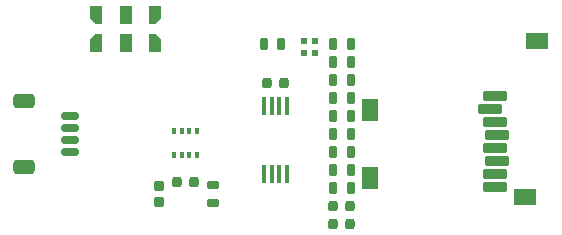
<source format=gbr>
%TF.GenerationSoftware,KiCad,Pcbnew,9.0.3*%
%TF.CreationDate,2025-08-05T15:38:48-04:00*%
%TF.ProjectId,weather-featherwing,77656174-6865-4722-9d66-656174686572,1.4.0*%
%TF.SameCoordinates,Original*%
%TF.FileFunction,Paste,Top*%
%TF.FilePolarity,Positive*%
%FSLAX46Y46*%
G04 Gerber Fmt 4.6, Leading zero omitted, Abs format (unit mm)*
G04 Created by KiCad (PCBNEW 9.0.3) date 2025-08-05 15:38:48*
%MOMM*%
%LPD*%
G01*
G04 APERTURE LIST*
G04 Aperture macros list*
%AMRoundRect*
0 Rectangle with rounded corners*
0 $1 Rounding radius*
0 $2 $3 $4 $5 $6 $7 $8 $9 X,Y pos of 4 corners*
0 Add a 4 corners polygon primitive as box body*
4,1,4,$2,$3,$4,$5,$6,$7,$8,$9,$2,$3,0*
0 Add four circle primitives for the rounded corners*
1,1,$1+$1,$2,$3*
1,1,$1+$1,$4,$5*
1,1,$1+$1,$6,$7*
1,1,$1+$1,$8,$9*
0 Add four rect primitives between the rounded corners*
20,1,$1+$1,$2,$3,$4,$5,0*
20,1,$1+$1,$4,$5,$6,$7,0*
20,1,$1+$1,$6,$7,$8,$9,0*
20,1,$1+$1,$8,$9,$2,$3,0*%
%AMFreePoly0*
4,1,18,-0.500000,0.750000,-0.496194,0.769134,-0.485355,0.785355,-0.469134,0.796194,-0.450000,0.800000,0.450000,0.800000,0.469134,0.796194,0.485355,0.785355,0.496194,0.769134,0.500000,0.750000,0.500000,-0.750000,0.496194,-0.769134,0.485355,-0.785355,0.469134,-0.796194,0.450000,-0.800000,0.000000,-0.800000,-0.500000,-0.300000,-0.500000,0.750000,-0.500000,0.750000,$1*%
%AMFreePoly1*
4,1,18,-0.500000,0.300000,0.000000,0.800000,0.450000,0.800000,0.469134,0.796194,0.485355,0.785355,0.496194,0.769134,0.500000,0.750000,0.500000,-0.750000,0.496194,-0.769134,0.485355,-0.785355,0.469134,-0.796194,0.450000,-0.800000,-0.450000,-0.800000,-0.469134,-0.796194,-0.485355,-0.785355,-0.496194,-0.769134,-0.500000,-0.750000,-0.500000,0.300000,-0.500000,0.300000,$1*%
%AMFreePoly2*
4,1,18,-0.500000,0.750000,-0.496194,0.769134,-0.485355,0.785355,-0.469134,0.796194,-0.450000,0.800000,0.450000,0.800000,0.469134,0.796194,0.485355,0.785355,0.496194,0.769134,0.500000,0.750000,0.500000,-0.300000,0.000000,-0.800000,-0.450000,-0.800000,-0.469134,-0.796194,-0.485355,-0.785355,-0.496194,-0.769134,-0.500000,-0.750000,-0.500000,0.750000,-0.500000,0.750000,$1*%
%AMFreePoly3*
4,1,18,-0.500000,0.750000,-0.496194,0.769134,-0.485355,0.785355,-0.469134,0.796194,-0.450000,0.800000,0.000000,0.800000,0.500000,0.300000,0.500000,-0.750000,0.496194,-0.769134,0.485355,-0.785355,0.469134,-0.796194,0.450000,-0.800000,-0.450000,-0.800000,-0.469134,-0.796194,-0.485355,-0.785355,-0.496194,-0.769134,-0.500000,-0.750000,-0.500000,0.750000,-0.500000,0.750000,$1*%
G04 Aperture macros list end*
%ADD10RoundRect,0.050000X0.950000X-0.350000X0.950000X0.350000X-0.950000X0.350000X-0.950000X-0.350000X0*%
%ADD11RoundRect,0.050000X0.650000X-0.850000X0.650000X0.850000X-0.650000X0.850000X-0.650000X-0.850000X0*%
%ADD12RoundRect,0.050000X0.900000X-0.650000X0.900000X0.650000X-0.900000X0.650000X-0.900000X-0.650000X0*%
%ADD13RoundRect,0.050000X0.225000X-0.225000X0.225000X0.225000X-0.225000X0.225000X-0.225000X-0.225000X0*%
%ADD14RoundRect,0.187500X-0.187500X-0.312500X0.187500X-0.312500X0.187500X0.312500X-0.187500X0.312500X0*%
%ADD15RoundRect,0.200000X-0.200000X-0.250000X0.200000X-0.250000X0.200000X0.250000X-0.200000X0.250000X0*%
%ADD16RoundRect,0.200000X0.200000X0.250000X-0.200000X0.250000X-0.200000X-0.250000X0.200000X-0.250000X0*%
%ADD17FreePoly0,180.000000*%
%ADD18FreePoly1,180.000000*%
%ADD19RoundRect,0.050000X0.450000X0.750000X-0.450000X0.750000X-0.450000X-0.750000X0.450000X-0.750000X0*%
%ADD20FreePoly2,180.000000*%
%ADD21FreePoly3,180.000000*%
%ADD22RoundRect,0.150000X-0.625000X0.150000X-0.625000X-0.150000X0.625000X-0.150000X0.625000X0.150000X0*%
%ADD23RoundRect,0.250000X-0.650000X0.350000X-0.650000X-0.350000X0.650000X-0.350000X0.650000X0.350000X0*%
%ADD24RoundRect,0.100000X0.100000X-0.675000X0.100000X0.675000X-0.100000X0.675000X-0.100000X-0.675000X0*%
%ADD25RoundRect,0.035000X0.140000X-0.215000X0.140000X0.215000X-0.140000X0.215000X-0.140000X-0.215000X0*%
%ADD26RoundRect,0.200000X-0.250000X0.200000X-0.250000X-0.200000X0.250000X-0.200000X0.250000X0.200000X0*%
%ADD27RoundRect,0.187500X0.312500X-0.187500X0.312500X0.187500X-0.312500X0.187500X-0.312500X-0.187500X0*%
G04 APERTURE END LIST*
D10*
%TO.C,J3*%
X155700000Y-104765000D03*
X155300000Y-105865000D03*
X155700000Y-106965000D03*
X155900000Y-108065000D03*
X155700000Y-109165000D03*
X155900000Y-110265000D03*
X155700000Y-111365000D03*
X155700000Y-112465000D03*
D11*
X145150000Y-111655000D03*
X145150000Y-105955000D03*
D12*
X158300000Y-113255000D03*
X159300000Y-100105000D03*
%TD*%
D13*
%TO.C,D1*%
X140475000Y-101055000D03*
X140475000Y-100105000D03*
X139525000Y-100105000D03*
X139525000Y-101055000D03*
%TD*%
D14*
%TO.C,R3*%
X142000000Y-111000000D03*
X143500000Y-111000000D03*
%TD*%
D15*
%TO.C,C5*%
X136460000Y-103632000D03*
X137860000Y-103632000D03*
%TD*%
D16*
%TO.C,C3*%
X130240000Y-112014000D03*
X128840000Y-112014000D03*
%TD*%
D14*
%TO.C,R6*%
X142000000Y-104900000D03*
X143500000Y-104900000D03*
%TD*%
D15*
%TO.C,C1*%
X142050000Y-115575000D03*
X143450000Y-115575000D03*
%TD*%
D14*
%TO.C,R5*%
X142000000Y-107950000D03*
X143500000Y-107950000D03*
%TD*%
D17*
%TO.C,SW1*%
X126950000Y-100275000D03*
D18*
X126950000Y-97875000D03*
D19*
X124450000Y-100275000D03*
X124450000Y-97875000D03*
D20*
X121950000Y-100275000D03*
D21*
X121950000Y-97875000D03*
%TD*%
D22*
%TO.C,J4*%
X119730400Y-106450000D03*
X119730400Y-107450000D03*
X119730400Y-108450000D03*
X119730400Y-109450000D03*
D23*
X115855400Y-105150000D03*
X115855400Y-110750000D03*
%TD*%
D14*
%TO.C,R1*%
X142000000Y-106425000D03*
X143500000Y-106425000D03*
%TD*%
D24*
%TO.C,U2*%
X136185000Y-111358000D03*
X136835000Y-111358000D03*
X137485000Y-111358000D03*
X138135000Y-111358000D03*
X138135000Y-105558000D03*
X137485000Y-105558000D03*
X136835000Y-105558000D03*
X136185000Y-105558000D03*
%TD*%
D14*
%TO.C,R11*%
X136156000Y-100325000D03*
X137656000Y-100325000D03*
%TD*%
D15*
%TO.C,C2*%
X142050000Y-114050000D03*
X143450000Y-114050000D03*
%TD*%
D14*
%TO.C,R7*%
X142000000Y-103375000D03*
X143500000Y-103375000D03*
%TD*%
%TO.C,R2*%
X142000000Y-112525000D03*
X143500000Y-112525000D03*
%TD*%
D25*
%TO.C,U1*%
X128565000Y-107687000D03*
X129215000Y-107687000D03*
X129865000Y-107687000D03*
X130515000Y-107687000D03*
X130515000Y-109737000D03*
X129865000Y-109737000D03*
X129215000Y-109737000D03*
X128565000Y-109737000D03*
%TD*%
D14*
%TO.C,R4*%
X142000000Y-109475000D03*
X143500000Y-109475000D03*
%TD*%
D26*
%TO.C,C4*%
X127254000Y-112330000D03*
X127254000Y-113730000D03*
%TD*%
D14*
%TO.C,R8*%
X142000000Y-101850000D03*
X143500000Y-101850000D03*
%TD*%
D27*
%TO.C,R10*%
X131826000Y-113780000D03*
X131826000Y-112280000D03*
%TD*%
D14*
%TO.C,R9*%
X142000000Y-100325000D03*
X143500000Y-100325000D03*
%TD*%
M02*

</source>
